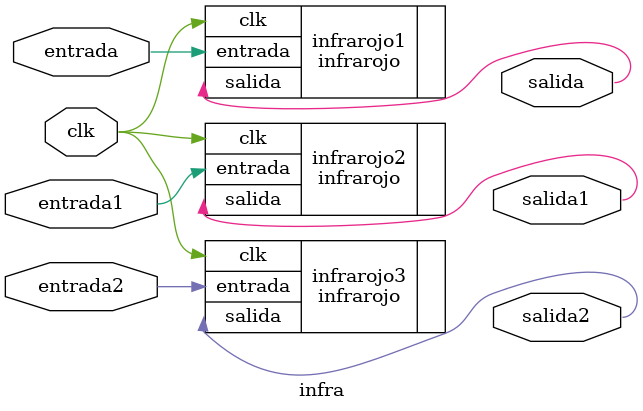
<source format=v>
`timescale 10ns/1ns
 module infra(  input clk,input entrada, output  salida,input entrada1, output  salida1, input entrada2, output  salida2   );
 
 
 infrarojo  infrarojo1(.clk(clk), .entrada(entrada),  .salida(salida) );
 infrarojo  infrarojo2(.clk(clk), .entrada(entrada1), .salida(salida1) );
 infrarojo  infrarojo3(.clk(clk), .entrada(entrada2), .salida(salida2));
 

 
 
 
 endmodule

</source>
